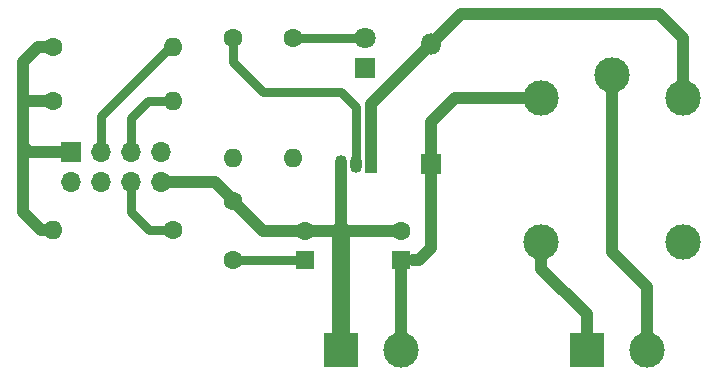
<source format=gbl>
G04 #@! TF.GenerationSoftware,KiCad,Pcbnew,(5.1.6)-1*
G04 #@! TF.CreationDate,2020-10-10T20:49:59+03:00*
G04 #@! TF.ProjectId,eso,65736f2e-6b69-4636-9164-5f7063625858,rev?*
G04 #@! TF.SameCoordinates,Original*
G04 #@! TF.FileFunction,Copper,L2,Bot*
G04 #@! TF.FilePolarity,Positive*
%FSLAX46Y46*%
G04 Gerber Fmt 4.6, Leading zero omitted, Abs format (unit mm)*
G04 Created by KiCad (PCBNEW (5.1.6)-1) date 2020-10-10 20:49:59*
%MOMM*%
%LPD*%
G01*
G04 APERTURE LIST*
G04 #@! TA.AperFunction,ComponentPad*
%ADD10C,1.800000*%
G04 #@! TD*
G04 #@! TA.AperFunction,ComponentPad*
%ADD11R,1.800000X1.800000*%
G04 #@! TD*
G04 #@! TA.AperFunction,ComponentPad*
%ADD12C,1.600000*%
G04 #@! TD*
G04 #@! TA.AperFunction,ComponentPad*
%ADD13R,1.700000X1.700000*%
G04 #@! TD*
G04 #@! TA.AperFunction,ComponentPad*
%ADD14O,1.700000X1.700000*%
G04 #@! TD*
G04 #@! TA.AperFunction,ComponentPad*
%ADD15O,1.600000X1.600000*%
G04 #@! TD*
G04 #@! TA.AperFunction,ComponentPad*
%ADD16R,1.050000X1.500000*%
G04 #@! TD*
G04 #@! TA.AperFunction,ComponentPad*
%ADD17O,1.050000X1.500000*%
G04 #@! TD*
G04 #@! TA.AperFunction,ComponentPad*
%ADD18C,3.000000*%
G04 #@! TD*
G04 #@! TA.AperFunction,ComponentPad*
%ADD19R,3.000000X3.000000*%
G04 #@! TD*
G04 #@! TA.AperFunction,ComponentPad*
%ADD20O,1.800000X1.800000*%
G04 #@! TD*
G04 #@! TA.AperFunction,ComponentPad*
%ADD21R,1.600000X1.600000*%
G04 #@! TD*
G04 #@! TA.AperFunction,Conductor*
%ADD22C,1.000000*%
G04 #@! TD*
G04 #@! TA.AperFunction,Conductor*
%ADD23C,0.800000*%
G04 #@! TD*
G04 #@! TA.AperFunction,Conductor*
%ADD24C,1.500000*%
G04 #@! TD*
G04 APERTURE END LIST*
D10*
X105156000Y-69596000D03*
D11*
X105156000Y-72136000D03*
D12*
X93980000Y-83392000D03*
X93980000Y-88392000D03*
D13*
X80264000Y-79248000D03*
D14*
X80264000Y-81788000D03*
X82804000Y-79248000D03*
X82804000Y-81788000D03*
X85344000Y-79248000D03*
X85344000Y-81788000D03*
X87884000Y-79248000D03*
X87884000Y-81788000D03*
D12*
X88900000Y-85852000D03*
D15*
X78740000Y-85852000D03*
X93980000Y-79756000D03*
D12*
X93980000Y-69596000D03*
X99060000Y-69596000D03*
D15*
X99060000Y-79756000D03*
D12*
X78740000Y-74930000D03*
D15*
X88900000Y-74930000D03*
D12*
X78740000Y-70358000D03*
D15*
X88900000Y-70358000D03*
D16*
X105664000Y-80264000D03*
D17*
X103124000Y-80264000D03*
X104394000Y-80264000D03*
D18*
X120080000Y-74668000D03*
X120080000Y-86868000D03*
X132080000Y-86868000D03*
X132080000Y-74668000D03*
X126080000Y-72668000D03*
X129032000Y-96012000D03*
D19*
X123952000Y-96012000D03*
D18*
X108204000Y-96012000D03*
D19*
X103124000Y-96012000D03*
D20*
X110744000Y-70104000D03*
D11*
X110744000Y-80264000D03*
D21*
X108204000Y-88392000D03*
D12*
X108204000Y-85892000D03*
X100076000Y-85892000D03*
D21*
X100076000Y-88392000D03*
D22*
X92456000Y-81788000D02*
X87884000Y-81788000D01*
D23*
X93980000Y-83392000D02*
X93980000Y-83312000D01*
D22*
X93980000Y-83312000D02*
X92456000Y-81788000D01*
X96480000Y-85892000D02*
X93980000Y-83392000D01*
X100076000Y-85892000D02*
X96480000Y-85892000D01*
X100076000Y-85892000D02*
X103672000Y-85892000D01*
X103124000Y-80264000D02*
X103124000Y-85852000D01*
D23*
X103124000Y-85852000D02*
X103164000Y-85892000D01*
D24*
X103124000Y-96012000D02*
X103124000Y-85852000D01*
D22*
X103672000Y-85892000D02*
X108204000Y-85892000D01*
D23*
X100076000Y-88392000D02*
X93980000Y-88392000D01*
D22*
X76454000Y-74930000D02*
X76200000Y-75184000D01*
X78740000Y-74930000D02*
X76454000Y-74930000D01*
X76708000Y-79248000D02*
X76200000Y-78740000D01*
X80264000Y-79248000D02*
X76708000Y-79248000D01*
X76200000Y-78740000D02*
X76200000Y-75184000D01*
X76200000Y-84328000D02*
X76200000Y-78740000D01*
X78740000Y-85852000D02*
X77724000Y-85852000D01*
X77724000Y-85852000D02*
X76200000Y-84328000D01*
X77470000Y-70358000D02*
X78740000Y-70358000D01*
X76200000Y-75184000D02*
X76200000Y-71628000D01*
X76200000Y-71628000D02*
X77470000Y-70358000D01*
X112784000Y-74668000D02*
X120080000Y-74668000D01*
X110744000Y-80264000D02*
X110744000Y-76708000D01*
X110744000Y-76708000D02*
X112784000Y-74668000D01*
X108204000Y-88392000D02*
X108204000Y-96012000D01*
D23*
X109220000Y-88392000D02*
X108204000Y-88392000D01*
D22*
X109728000Y-88392000D02*
X109220000Y-88392000D01*
X110744000Y-80264000D02*
X110744000Y-87376000D01*
X110744000Y-87376000D02*
X109728000Y-88392000D01*
D23*
X99060000Y-69596000D02*
X105156000Y-69596000D01*
X85344000Y-84328000D02*
X85344000Y-81788000D01*
X88900000Y-85852000D02*
X86868000Y-85852000D01*
X86868000Y-85852000D02*
X85344000Y-84328000D01*
X86741000Y-74930000D02*
X85344000Y-76327000D01*
X85344000Y-76327000D02*
X85344000Y-79248000D01*
X88900000Y-74930000D02*
X86741000Y-74930000D01*
X88900000Y-70358000D02*
X88646000Y-70358000D01*
X82804000Y-76200000D02*
X82804000Y-79248000D01*
X88646000Y-70358000D02*
X82804000Y-76200000D01*
D22*
X129032000Y-90678000D02*
X129032000Y-96012000D01*
X126080000Y-72668000D02*
X126080000Y-87726000D01*
X126080000Y-87726000D02*
X129032000Y-90678000D01*
X123952000Y-92964000D02*
X123952000Y-96012000D01*
X120080000Y-86868000D02*
X120080000Y-89092000D01*
X120080000Y-89092000D02*
X123952000Y-92964000D01*
D23*
X104394000Y-75438000D02*
X104394000Y-80264000D01*
X103124000Y-74168000D02*
X104394000Y-75438000D01*
X93980000Y-69596000D02*
X93980000Y-71628000D01*
X96520000Y-74168000D02*
X103124000Y-74168000D01*
X93980000Y-71628000D02*
X96520000Y-74168000D01*
D22*
X105664000Y-75184000D02*
X110744000Y-70104000D01*
X105664000Y-80264000D02*
X105664000Y-75184000D01*
X132080000Y-69596000D02*
X132080000Y-74668000D01*
X130048000Y-67564000D02*
X132080000Y-69596000D01*
X110744000Y-70104000D02*
X113284000Y-67564000D01*
X113284000Y-67564000D02*
X130048000Y-67564000D01*
M02*

</source>
